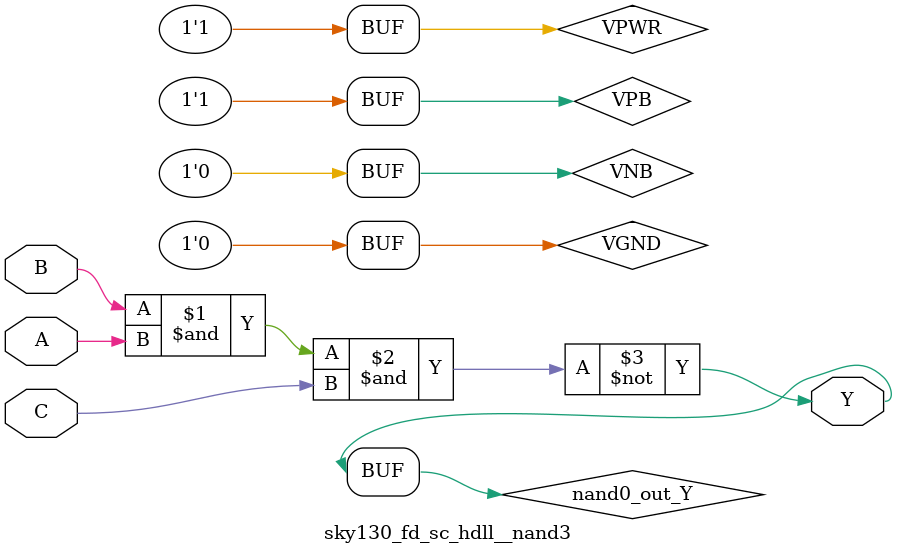
<source format=v>
/*
 * Copyright 2020 The SkyWater PDK Authors
 *
 * Licensed under the Apache License, Version 2.0 (the "License");
 * you may not use this file except in compliance with the License.
 * You may obtain a copy of the License at
 *
 *     https://www.apache.org/licenses/LICENSE-2.0
 *
 * Unless required by applicable law or agreed to in writing, software
 * distributed under the License is distributed on an "AS IS" BASIS,
 * WITHOUT WARRANTIES OR CONDITIONS OF ANY KIND, either express or implied.
 * See the License for the specific language governing permissions and
 * limitations under the License.
 *
 * SPDX-License-Identifier: Apache-2.0
*/


`ifndef SKY130_FD_SC_HDLL__NAND3_BEHAVIORAL_V
`define SKY130_FD_SC_HDLL__NAND3_BEHAVIORAL_V

/**
 * nand3: 3-input NAND.
 *
 * Verilog simulation functional model.
 */

`timescale 1ns / 1ps
`default_nettype none

`celldefine
module sky130_fd_sc_hdll__nand3 (
    Y,
    A,
    B,
    C
);

    // Module ports
    output Y;
    input  A;
    input  B;
    input  C;

    // Module supplies
    supply1 VPWR;
    supply0 VGND;
    supply1 VPB ;
    supply0 VNB ;

    // Local signals
    wire nand0_out_Y;

    //   Name   Output       Other arguments
    nand nand0 (nand0_out_Y, B, A, C        );
    buf  buf0  (Y          , nand0_out_Y    );

endmodule
`endcelldefine

`default_nettype wire
`endif  // SKY130_FD_SC_HDLL__NAND3_BEHAVIORAL_V
</source>
